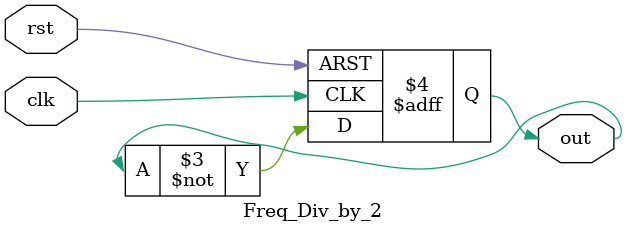
<source format=v>
module Freq_Div_by_2(
    input clk,
    input rst,
    output reg out
    );
    
    always @(posedge clk or negedge rst)
    if (!rst)
        out <= 0;
    else
        out <= ~out;
endmodule

</source>
